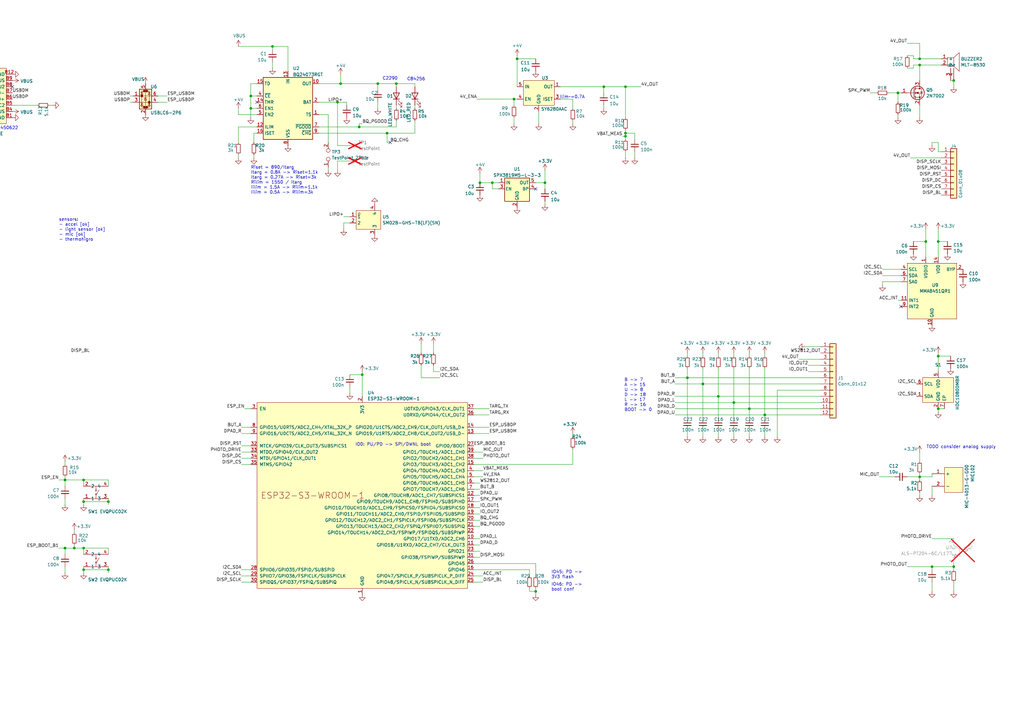
<source format=kicad_sch>
(kicad_sch (version 20250114) (generator "eeschema") (generator_version "9.0")
  (paper "A3")
  (text "C84256" (at 170.688 32.512 0) (effects (font (size 1.27 1.27))))
  (text "Riset = 890/Itarg\nItarg = 0.8A -> Riset=1.1k\nItarg = 0.27A -> Riset=3k\nRilim = 1550 / Itarg\nIilim = 1.5A -> Rilim=1.1k\nIilim = 0.5A -> Rilim=3k" (at 102.87 79.756 0) (effects (font (size 1.27 1.27)) (justify left bottom)))
  (text "IO45: PD -> \n3V3 flash\n" (at 226.06 237.49 0) (effects (font (size 1.27 1.27)) (justify left bottom)))
  (text "IO46: PD -> \nboot conf\n" (at 226.06 242.57 0) (effects (font (size 1.27 1.27)) (justify left bottom)))
  (text "C7450622" (at 2.54 52.578 0) (effects (font (size 1.27 1.27))))
  (text "B -> 7\nA -> 15\nU -> 8\nD -> 18\nL -> 17\nR -> 16\nBOOT -> 0\n" (at 256.032 162.052 0) (effects (font (size 1.27 1.27)) (justify left)))
  (text "sensors:\n- accel [ok]\n- light sensor [ok]\n- mic [ok]\n- thermohigro " (at 24.13 94.234 0) (effects (font (size 1.27 1.27)) (justify left)))
  (text "IO0: PU/PD -> SPI/DWNL boot" (at 176.784 183.134 0) (effects (font (size 1.27 1.27)) (justify right bottom)))
  (text "TODO consider analog supply" (at 394.208 183.388 0) (effects (font (size 1.27 1.27))))
  (text "Ilim~=0.7A" (at 234.696 39.878 0) (effects (font (size 1.27 1.27))))
  (text "C2290" (at 160.02 32.258 0) (effects (font (size 1.27 1.27))))
  (junction (at 30.48 224.79))
  (junction (at 382.27 232.41))
  (junction (at 377.19 195.58))
  (junction (at 294.64 162.56))
  (junction (at 391.16 33.02))
  (junction (at 307.34 167.64))
  (junction (at 300.99 165.1))
  (junction (at 384.81 99.06))
  (junction (at 281.94 154.94))
  (junction (at 44.45 205.74))
  (junction (at 34.29 233.68))
  (junction (at 196.85 74.93))
  (junction (at 379.73 99.06))
  (junction (at 34.29 224.79))
  (junction (at 212.09 24.13))
  (junction (at 111.76 19.05))
  (junction (at 102.87 44.45))
  (junction (at 26.67 196.85))
  (junction (at 377.19 24.13))
  (junction (at 384.81 146.05))
  (junction (at 256.54 35.56))
  (junction (at 26.67 224.79))
  (junction (at 223.52 74.93))
  (junction (at 377.19 26.67))
  (junction (at 210.82 40.64))
  (junction (at 158.75 54.61))
  (junction (at 391.16 232.41))
  (junction (at 288.29 157.48))
  (junction (at 138.43 41.91))
  (junction (at 313.69 170.18))
  (junction (at 368.3 38.1))
  (junction (at 201.93 74.93))
  (junction (at 44.45 233.68))
  (junction (at 102.87 39.37))
  (junction (at 139.7 34.29))
  (junction (at 162.56 34.29))
  (junction (at 34.29 205.74))
  (junction (at 147.32 52.07))
  (junction (at 384.81 167.64))
  (junction (at 256.54 54.61))
  (junction (at 34.29 196.85))
  (junction (at 154.94 34.29))
  (junction (at 256.54 55.88))
  (junction (at 148.59 153.67))
  (junction (at 219.71 242.57))
  (junction (at 247.65 35.56))
  (no_connect (at 5.08 35.56))
  (no_connect (at 160.02 58.42))
  (no_connect (at 369.57 125.73))
  (no_connect (at -17.78 43.18))
  (no_connect (at 105.41 41.91))
  (no_connect (at 219.71 77.47))
  (wire (pts (xy 294.64 151.13) (xy 294.64 162.56)))
  (wire (pts (xy 196.85 208.28) (xy 194.31 208.28)))
  (wire (pts (xy 384.81 167.64) (xy 387.35 167.64)))
  (wire (pts (xy 384.81 144.78) (xy 384.81 146.05)))
  (wire (pts (xy 97.79 52.07) (xy 97.79 58.42)))
  (wire (pts (xy 142.24 66.04) (xy 138.43 66.04)))
  (wire (pts (xy 196.85 210.82) (xy 194.31 210.82)))
  (wire (pts (xy 212.09 24.13) (xy 219.71 24.13)))
  (wire (pts (xy 384.81 99.06) (xy 384.81 105.41)))
  (wire (pts (xy 288.29 144.78) (xy 288.29 146.05)))
  (wire (pts (xy 162.56 34.29) (xy 162.56 35.56)))
  (wire (pts (xy 130.81 52.07) (xy 147.32 52.07)))
  (wire (pts (xy 26.67 224.79) (xy 24.13 224.79)))
  (wire (pts (xy 391.16 232.41) (xy 391.16 233.68)))
  (wire (pts (xy 194.31 167.64) (xy 200.66 167.64)))
  (wire (pts (xy 313.69 151.13) (xy 313.69 170.18)))
  (wire (pts (xy 377.19 26.67) (xy 386.08 26.67)))
  (wire (pts (xy 210.82 40.64) (xy 212.09 40.64)))
  (wire (pts (xy 34.29 233.68) (xy 34.29 234.95)))
  (wire (pts (xy 196.85 71.12) (xy 196.85 74.93)))
  (wire (pts (xy 44.45 205.74) (xy 34.29 205.74)))
  (wire (pts (xy 130.81 41.91) (xy 138.43 41.91)))
  (wire (pts (xy 201.93 74.93) (xy 204.47 74.93)))
  (wire (pts (xy 130.81 54.61) (xy 158.75 54.61)))
  (wire (pts (xy 34.29 196.85) (xy 26.67 196.85)))
  (wire (pts (xy 99.06 238.76) (xy 102.87 238.76)))
  (wire (pts (xy 382.27 58.42) (xy 382.27 59.69)))
  (wire (pts (xy 162.56 44.45) (xy 162.56 43.18)))
  (wire (pts (xy 288.29 157.48) (xy 336.55 157.48)))
  (wire (pts (xy 204.47 77.47) (xy 201.93 77.47)))
  (wire (pts (xy 276.86 167.64) (xy 307.34 167.64)))
  (wire (pts (xy 196.85 223.52) (xy 194.31 223.52)))
  (wire (pts (xy 200.66 170.18) (xy 194.31 170.18)))
  (wire (pts (xy 377.19 201.93) (xy 377.19 203.2)))
  (wire (pts (xy 104.14 54.61) (xy 104.14 58.42)))
  (wire (pts (xy 158.75 54.61) (xy 158.75 58.42)))
  (wire (pts (xy 368.3 46.99) (xy 368.3 48.26)))
  (wire (pts (xy 194.31 190.5) (xy 234.95 190.5)))
  (wire (pts (xy 217.17 242.57) (xy 219.71 242.57)))
  (wire (pts (xy 30.48 217.17) (xy 30.48 218.44)))
  (wire (pts (xy 260.35 54.61) (xy 256.54 54.61)))
  (wire (pts (xy 307.34 167.64) (xy 336.55 167.64)))
  (wire (pts (xy 134.62 68.58) (xy 134.62 69.85)))
  (wire (pts (xy 281.94 144.78) (xy 281.94 146.05)))
  (wire (pts (xy 99.06 187.96) (xy 102.87 187.96)))
  (wire (pts (xy 26.67 196.85) (xy 24.13 196.85)))
  (wire (pts (xy 384.81 146.05) (xy 384.81 152.4)))
  (wire (pts (xy 300.99 165.1) (xy 336.55 165.1)))
  (wire (pts (xy 281.94 151.13) (xy 281.94 154.94)))
  (wire (pts (xy 234.95 40.64) (xy 234.95 44.45)))
  (wire (pts (xy 100.33 167.64) (xy 102.87 167.64)))
  (wire (pts (xy 247.65 35.56) (xy 256.54 35.56)))
  (wire (pts (xy 386.08 62.23) (xy 384.81 62.23)))
  (wire (pts (xy 154.94 36.83) (xy 154.94 34.29)))
  (wire (pts (xy 102.87 44.45) (xy 102.87 48.26)))
  (wire (pts (xy 229.87 35.56) (xy 247.65 35.56)))
  (wire (pts (xy 196.85 220.98) (xy 194.31 220.98)))
  (wire (pts (xy 294.64 144.78) (xy 294.64 146.05)))
  (wire (pts (xy 307.34 167.64) (xy 307.34 171.45)))
  (wire (pts (xy 44.45 233.68) (xy 44.45 234.95)))
  (wire (pts (xy 379.73 93.98) (xy 379.73 99.06)))
  (wire (pts (xy 196.85 203.2) (xy 194.31 203.2)))
  (wire (pts (xy 105.41 54.61) (xy 104.14 54.61)))
  (wire (pts (xy 234.95 177.8) (xy 234.95 179.07)))
  (wire (pts (xy 276.86 162.56) (xy 294.64 162.56)))
  (wire (pts (xy 138.43 41.91) (xy 138.43 59.69)))
  (wire (pts (xy 26.67 224.79) (xy 26.67 227.33)))
  (wire (pts (xy 288.29 157.48) (xy 288.29 171.45)))
  (wire (pts (xy 313.69 144.78) (xy 313.69 146.05)))
  (wire (pts (xy 276.86 165.1) (xy 300.99 165.1)))
  (wire (pts (xy 200.66 177.8) (xy 194.31 177.8)))
  (wire (pts (xy 391.16 238.76) (xy 391.16 242.57)))
  (wire (pts (xy 377.19 194.31) (xy 377.19 195.58)))
  (wire (pts (xy 154.94 44.45) (xy 154.94 41.91)))
  (wire (pts (xy 318.77 160.02) (xy 336.55 160.02)))
  (wire (pts (xy 391.16 35.56) (xy 391.16 33.02)))
  (wire (pts (xy 361.95 115.57) (xy 361.95 116.84)))
  (wire (pts (xy 372.11 17.78) (xy 377.19 17.78)))
  (wire (pts (xy 384.81 99.06) (xy 388.62 99.06)))
  (wire (pts (xy 148.59 50.8) (xy 147.32 50.8)))
  (wire (pts (xy 384.81 93.98) (xy 384.81 99.06)))
  (wire (pts (xy 172.72 149.86) (xy 172.72 154.94)))
  (wire (pts (xy 170.18 34.29) (xy 162.56 34.29)))
  (wire (pts (xy 382.27 194.31) (xy 382.27 195.58)))
  (wire (pts (xy 26.67 195.58) (xy 26.67 196.85)))
  (wire (pts (xy 53.34 41.91) (xy 54.61 41.91)))
  (wire (pts (xy 99.06 177.8) (xy 102.87 177.8)))
  (wire (pts (xy 256.54 62.23) (xy 256.54 64.77)))
  (wire (pts (xy 139.7 30.48) (xy 139.7 34.29)))
  (wire (pts (xy 172.72 154.94) (xy 180.34 154.94)))
  (wire (pts (xy 26.67 232.41) (xy 26.67 234.95)))
  (wire (pts (xy 379.73 99.06) (xy 379.73 105.41)))
  (wire (pts (xy 198.12 236.22) (xy 194.31 236.22)))
  (wire (pts (xy 377.19 26.67) (xy 374.65 26.67)))
  (wire (pts (xy 201.93 74.93) (xy 201.93 77.47)))
  (wire (pts (xy 196.85 213.36) (xy 194.31 213.36)))
  (wire (pts (xy 34.29 196.85) (xy 34.29 199.39)))
  (wire (pts (xy 234.95 49.53) (xy 234.95 50.8)))
  (wire (pts (xy 34.29 224.79) (xy 30.48 224.79)))
  (wire (pts (xy 307.34 176.53) (xy 307.34 179.07)))
  (wire (pts (xy 369.57 113.03) (xy 361.95 113.03)))
  (wire (pts (xy 26.67 204.47) (xy 26.67 207.01)))
  (wire (pts (xy 34.29 224.79) (xy 44.45 224.79)))
  (wire (pts (xy 307.34 144.78) (xy 307.34 146.05)))
  (wire (pts (xy 148.59 153.67) (xy 148.59 162.56)))
  (wire (pts (xy 68.58 41.91) (xy 64.77 41.91)))
  (wire (pts (xy 142.24 41.91) (xy 138.43 41.91)))
  (wire (pts (xy 139.7 34.29) (xy 154.94 34.29)))
  (wire (pts (xy 99.06 182.88) (xy 102.87 182.88)))
  (wire (pts (xy 382.27 233.68) (xy 382.27 232.41)))
  (wire (pts (xy 391.16 231.14) (xy 391.16 232.41)))
  (wire (pts (xy 234.95 190.5) (xy 234.95 184.15)))
  (wire (pts (xy -31.75 35.56) (xy -30.48 35.56)))
  (wire (pts (xy 154.94 34.29) (xy 162.56 34.29)))
  (wire (pts (xy 194.31 231.14) (xy 219.71 231.14)))
  (wire (pts (xy 219.71 241.3) (xy 219.71 242.57)))
  (wire (pts (xy 220.98 45.72) (xy 220.98 50.8)))
  (wire (pts (xy 255.27 55.88) (xy 256.54 55.88)))
  (wire (pts (xy 331.47 149.86) (xy 336.55 149.86)))
  (wire (pts (xy 256.54 53.34) (xy 256.54 54.61)))
  (wire (pts (xy 327.66 147.32) (xy 336.55 147.32)))
  (wire (pts (xy 34.29 205.74) (xy 34.29 207.01)))
  (wire (pts (xy 44.45 232.41) (xy 44.45 233.68)))
  (wire (pts (xy 382.27 232.41) (xy 391.16 232.41)))
  (wire (pts (xy 172.72 140.97) (xy 172.72 144.78)))
  (wire (pts (xy 372.11 232.41) (xy 382.27 232.41)))
  (wire (pts (xy 360.68 195.58) (xy 367.03 195.58)))
  (wire (pts (xy 356.87 38.1) (xy 359.41 38.1)))
  (wire (pts (xy 99.06 185.42) (xy 102.87 185.42)))
  (wire (pts (xy 377.19 185.42) (xy 377.19 189.23)))
  (wire (pts (xy 281.94 176.53) (xy 281.94 179.07)))
  (wire (pts (xy 377.19 24.13) (xy 386.08 24.13)))
  (wire (pts (xy 372.11 22.86) (xy 374.65 22.86)))
  (wire (pts (xy 382.27 220.98) (xy 391.16 220.98)))
  (wire (pts (xy 44.45 224.79) (xy 44.45 227.33)))
  (wire (pts (xy 300.99 151.13) (xy 300.99 165.1)))
  (wire (pts (xy 105.41 44.45) (xy 102.87 44.45)))
  (wire (pts (xy 256.54 55.88) (xy 256.54 57.15)))
  (wire (pts (xy 219.71 242.57) (xy 219.71 243.84)))
  (wire (pts (xy 30.48 224.79) (xy 26.67 224.79)))
  (wire (pts (xy 15.24 43.18) (xy 5.08 43.18)))
  (wire (pts (xy 377.19 26.67) (xy 377.19 33.02)))
  (wire (pts (xy 170.18 44.45) (xy 170.18 43.18)))
  (wire (pts (xy 382.27 199.39) (xy 382.27 203.2)))
  (wire (pts (xy 307.34 151.13) (xy 307.34 167.64)))
  (wire (pts (xy 196.85 228.6) (xy 194.31 228.6)))
  (wire (pts (xy 294.64 162.56) (xy 294.64 171.45)))
  (wire (pts (xy 331.47 152.4) (xy 336.55 152.4)))
  (wire (pts (xy 97.79 63.5) (xy 97.79 64.77)))
  (wire (pts (xy 229.87 40.64) (xy 234.95 40.64)))
  (wire (pts (xy 196.85 74.93) (xy 201.93 74.93)))
  (wire (pts (xy 281.94 154.94) (xy 336.55 154.94)))
  (wire (pts (xy 256.54 35.56) (xy 256.54 48.26)))
  (wire (pts (xy 170.18 49.53) (xy 170.18 54.61)))
  (wire (pts (xy 44.45 204.47) (xy 44.45 205.74)))
  (wire (pts (xy 68.58 39.37) (xy 64.77 39.37)))
  (wire (pts (xy 374.65 22.86) (xy 374.65 24.13)))
  (wire (pts (xy 105.41 39.37) (xy 102.87 39.37)))
  (wire (pts (xy 111.76 19.05) (xy 97.79 19.05)))
  (wire (pts (xy 368.3 123.19) (xy 369.57 123.19)))
  (wire (pts (xy 140.97 88.9) (xy 143.51 88.9)))
  (wire (pts (xy 374.65 27.94) (xy 372.11 27.94)))
  (wire (pts (xy 318.77 179.07) (xy 318.77 160.02)))
  (wire (pts (xy 369.57 110.49) (xy 361.95 110.49)))
  (wire (pts (xy 147.32 52.07) (xy 162.56 52.07)))
  (wire (pts (xy 143.51 153.67) (xy 148.59 153.67)))
  (wire (pts (xy 330.2 142.24) (xy 336.55 142.24)))
  (wire (pts (xy 177.8 149.86) (xy 177.8 152.4)))
  (wire (pts (xy 262.89 35.56) (xy 256.54 35.56)))
  (wire (pts (xy 294.64 176.53) (xy 294.64 179.07)))
  (wire (pts (xy 130.81 34.29) (xy 139.7 34.29)))
  (wire (pts (xy 21.59 43.18) (xy 20.32 43.18)))
  (wire (pts (xy 34.29 204.47) (xy 34.29 205.74)))
  (wire (pts (xy 384.81 58.42) (xy 382.27 58.42)))
  (wire (pts (xy 288.29 151.13) (xy 288.29 157.48)))
  (wire (pts (xy 374.65 26.67) (xy 374.65 27.94)))
  (wire (pts (xy 198.12 193.04) (xy 194.31 193.04)))
  (wire (pts (xy 170.18 34.29) (xy 170.18 35.56)))
  (wire (pts (xy 99.06 236.22) (xy 102.87 236.22)))
  (wire (pts (xy 223.52 74.93) (xy 223.52 77.47)))
  (wire (pts (xy 105.41 52.07) (xy 97.79 52.07)))
  (wire (pts (xy 300.99 165.1) (xy 300.99 171.45)))
  (wire (pts (xy 196.85 200.66) (xy 194.31 200.66)))
  (wire (pts (xy 210.82 40.64) (xy 210.82 43.18)))
  (wire (pts (xy 384.81 168.91) (xy 384.81 167.64)))
  (wire (pts (xy 364.49 38.1) (xy 368.3 38.1)))
  (wire (pts (xy 281.94 154.94) (xy 281.94 171.45)))
  (wire (pts (xy 369.57 115.57) (xy 361.95 115.57)))
  (wire (pts (xy 276.86 157.48) (xy 288.29 157.48)))
  (wire (pts (xy 195.58 40.64) (xy 210.82 40.64)))
  (wire (pts (xy 130.81 46.99) (xy 134.62 46.99)))
  (wire (pts (xy 247.65 43.18) (xy 247.65 44.45)))
  (wire (pts (xy 223.52 82.55) (xy 223.52 83.82)))
  (wire (pts (xy 196.85 205.74) (xy 194.31 205.74)))
  (wire (pts (xy 34.29 224.79) (xy 34.29 227.33)))
  (wire (pts (xy 102.87 34.29) (xy 102.87 39.37)))
  (wire (pts (xy 97.79 46.99) (xy 97.79 44.45)))
  (wire (pts (xy 198.12 195.58) (xy 194.31 195.58)))
  (wire (pts (xy 177.8 152.4) (xy 180.34 152.4)))
  (wire (pts (xy 223.52 74.93) (xy 223.52 69.85)))
  (wire (pts (xy 140.97 91.44) (xy 143.51 91.44)))
  (wire (pts (xy 377.19 195.58) (xy 377.19 196.85)))
  (wire (pts (xy 382.27 195.58) (xy 377.19 195.58)))
  (wire (pts (xy 44.45 196.85) (xy 44.45 199.39)))
  (wire (pts (xy 198.12 238.76) (xy 194.31 238.76)))
  (wire (pts (xy 300.99 144.78) (xy 300.99 146.05)))
  (wire (pts (xy 142.24 43.18) (xy 142.24 41.91)))
  (wire (pts (xy 260.35 57.15) (xy 260.35 54.61)))
  (wire (pts (xy 247.65 35.56) (xy 247.65 38.1)))
  (wire (pts (xy 294.64 162.56) (xy 336.55 162.56)))
  (wire (pts (xy 200.66 175.26) (xy 194.31 175.26)))
  (wire (pts (xy 368.3 38.1) (xy 369.57 38.1)))
  (wire (pts (xy 300.99 176.53) (xy 300.99 179.07)))
  (wire (pts (xy 26.67 196.85) (xy 26.67 199.39)))
  (wire (pts (xy 313.69 170.18) (xy 336.55 170.18)))
  (wire (pts (xy 44.45 233.68) (xy 34.29 233.68)))
  (wire (pts (xy 198.12 187.96) (xy 194.31 187.96)))
  (wire (pts (xy 219.71 74.93) (xy 223.52 74.93)))
  (wire (pts (xy 217.17 241.3) (xy 217.17 242.57)))
  (wire (pts (xy 372.11 195.58) (xy 377.19 195.58)))
  (wire (pts (xy 147.32 50.8) (xy 147.32 52.07)))
  (wire (pts (xy 260.35 62.23) (xy 260.35 64.77)))
  (wire (pts (xy 276.86 154.94) (xy 281.94 154.94)))
  (wire (pts (xy 313.69 176.53) (xy 313.69 179.07)))
  (wire (pts (xy 217.17 233.68) (xy 217.17 236.22)))
  (wire (pts (xy 111.76 27.94) (xy 111.76 25.4)))
  (wire (pts (xy 196.85 198.12) (xy 194.31 198.12)))
  (wire (pts (xy 105.41 46.99) (xy 97.79 46.99)))
  (wire (pts (xy 210.82 48.26) (xy 210.82 50.8)))
  (wire (pts (xy 44.45 207.01) (xy 44.45 205.74)))
  (wire (pts (xy 158.75 54.61) (xy 170.18 54.61)))
  (wire (pts (xy 142.24 59.69) (xy 138.43 59.69)))
  (wire (pts (xy 391.16 33.02) (xy 389.89 33.02)))
  (wire (pts (xy 256.54 54.61) (xy 256.54 55.88)))
  (wire (pts (xy 162.56 49.53) (xy 162.56 52.07)))
  (wire (pts (xy 382.27 242.57) (xy 382.27 238.76)))
  (wire (pts (xy 374.65 99.06) (xy 379.73 99.06)))
  (wire (pts (xy 160.02 58.42) (xy 158.75 58.42)))
  (wire (pts (xy 111.76 19.05) (xy 118.11 19.05)))
  (wire (pts (xy 313.69 170.18) (xy 313.69 171.45)))
  (wire (pts (xy 198.12 185.42) (xy 194.31 185.42)))
  (wire (pts (xy 177.8 140.97) (xy 177.8 144.78)))
  (wire (pts (xy 134.62 46.99) (xy 134.62 58.42)))
  (wire (pts (xy 374.65 24.13) (xy 377.19 24.13)))
  (wire (pts (xy 118.11 19.05) (xy 118.11 29.21)))
  (wire (pts (xy 102.87 39.37) (xy 102.87 44.45)))
  (wire (pts (xy 34.29 232.41) (xy 34.29 233.68)))
  (wire (pts (xy 368.3 38.1) (xy 368.3 41.91)))
  (wire (pts (xy 140.97 93.98) (xy 140.97 91.44)))
  (wire (pts (xy 377.19 48.26) (xy 377.19 43.18)))
  (wire (pts (xy 148.59 152.4) (xy 148.59 153.67)))
  (wire (pts (xy 143.51 158.75) (xy 143.51 161.29)))
  (wire (pts (xy 26.67 189.23) (xy 26.67 190.5)))
  (wire (pts (xy 196.85 215.9) (xy 194.31 215.9)))
  (wire (pts (xy 212.09 35.56) (xy 212.09 24.13)))
  (wire (pts (xy 276.86 170.18) (xy 313.69 170.18)))
  (wire (pts (xy 111.76 20.32) (xy 111.76 19.05)))
  (wire (pts (xy 138.43 66.04) (xy 138.43 69.85)))
  (wire (pts (xy 384.81 62.23) (xy 384.81 58.42)))
  (wire (pts (xy 196.85 226.06) (xy 194.31 226.06)))
  (wire (pts (xy 104.14 63.5) (xy 104.14 64.77)))
  (wire (pts (xy 288.29 176.53) (xy 288.29 179.07)))
  (wire (pts (xy 30.48 223.52) (xy 30.48 224.79)))
  (wire (pts (xy 212.09 22.86) (xy 212.09 24.13)))
  (wire (pts (xy 105.41 34.29) (xy 102.87 34.29)))
  (wire (pts (xy 377.19 17.78) (xy 377.19 24.13)))
  (wire (pts (xy 194.31 233.68) (xy 217.17 233.68)))
  (wire (pts (xy 99.06 233.68) (xy 102.87 233.68)))
  (wire (pts (xy 53.34 39.37) (xy 54.61 39.37)))
  (wire (pts (xy 384.81 146.05) (xy 389.89 146.05)))
  (wire (pts (xy 34.29 196.85) (xy 44.45 196.85)))
  (wire (pts (xy 219.71 231.14) (xy 219.71 236.22)))
  (wire (pts (xy 373.38 64.77) (xy 386.08 64.77)))
  (wire (pts (xy 99.06 175.26) (xy 102.87 175.26)))
  (wire (pts (xy 99.06 190.5) (xy 102.87 190.5)))
  (wire (pts (xy -17.78 35.56) (xy -25.4 35.56)))
  (label "ESP_BOOT_B1" (at 194.31 182.88 0))
  (label "VBAT_MEAS" (at 255.27 55.88 180))
  (label "USBDP" (at -17.78 38.1 180))
  (label "USBDM" (at -17.78 40.64 180))
  (label "DISP_BL" (at 386.08 80.01 180))
  (label "4V_ENA" (at 195.58 40.64 180))
  (label "4V_ENA" (at 198.12 195.58 0))
  (label "I2C_SDA" (at 361.95 113.03 180))
  (label "4V_OUT" (at 327.66 147.32 180))
  (label "DPAD_D" (at 276.86 167.64 180))
  (label "BQ_PGOOD" (at 196.85 215.9 0))
  (label "IO_OUT1" (at 331.47 152.4 180))
  (label "DISP_SCLK" (at 99.06 238.76 180))
  (label "DPAD_L" (at 276.86 165.1 180))
  (label "MIC_OUT" (at 198.12 185.42 0))
  (label "BUT_B" (at 196.85 200.66 0))
  (label "ESP_USBDP" (at 68.58 41.91 0))
  (label "DISP_RST" (at 99.06 182.88 180))
  (label "BUT_B" (at 276.86 154.94 180))
  (label "I2C_SDA" (at 180.34 152.4 0))
  (label "SPK_PWM" (at 356.87 38.1 180))
  (label "ESP_EN" (at 24.13 196.85 180))
  (label "DISP_DC" (at 386.08 74.93 180))
  (label "I2C_SDA" (at 99.06 233.68 180))
  (label "VBAT_MEAS" (at 198.12 193.04 0))
  (label "DISP_BL" (at 36.83 144.78 180))
  (label "ACC_INT" (at 198.12 236.22 0))
  (label "DISP_SCLK" (at 386.08 67.31 180))
  (label "DISP_CS" (at 386.08 77.47 180))
  (label "DISP_CS" (at 99.06 190.5 180))
  (label "ACC_INT" (at 368.3 123.19 180))
  (label "BUT_A" (at 276.86 157.48 180))
  (label "IO_OUT2" (at 331.47 149.86 180))
  (label "LIPO+" (at 140.97 88.9 180))
  (label "TARG_TX" (at 200.66 167.64 0))
  (label "I2C_SCL" (at 180.34 154.94 0))
  (label "DPAD_R" (at 99.06 177.8 180))
  (label "MIC_OUT" (at 360.68 195.58 180))
  (label "USBDP" (at 53.34 41.91 180))
  (label "4V_OUT" (at 262.89 35.56 0))
  (label "BQ_CHG" (at 196.85 213.36 0))
  (label "ESP_USBDM" (at 200.66 177.8 0))
  (label "DPAD_R" (at 276.86 162.56 180))
  (label "DPAD_D" (at 196.85 223.52 0))
  (label "WS2812_OUT" (at 196.85 198.12 0))
  (label "DPAD_L" (at 196.85 220.98 0))
  (label "PHOTO_DRIVE" (at 382.27 220.98 180))
  (label "DISP_RST" (at 386.08 72.39 180))
  (label "PHOTO_DRIVE" (at 99.06 185.42 180))
  (label "DPAD_U" (at 276.86 170.18 180))
  (label "SPK_PWM" (at 196.85 205.74 0))
  (label "LIPO+" (at 134.5655 41.91 0))
  (label "DISP_DC" (at 99.06 187.96 180))
  (label "DPAD_U" (at 196.85 203.2 0))
  (label "PHOTO_OUT" (at 372.11 232.41 180))
  (label "I2C_SCL" (at 375.92 157.48 180))
  (label "ESP_USBDM" (at 68.58 39.37 0))
  (label "USBDP" (at 5.08 40.64 0))
  (label "I2C_SCL" (at 361.95 110.49 180))
  (label "USBDM" (at 5.08 38.1 0))
  (label "IO_OUT2" (at 196.85 210.82 0))
  (label "4V_OUT" (at 372.11 17.78 180))
  (label "4V_OUT" (at 373.38 64.77 180))
  (label "ESP_BOOT_B1" (at 24.13 224.79 180))
  (label "I2C_SCL" (at 99.06 236.22 180))
  (label "PHOTO_OUT" (at 198.12 187.96 0))
  (label "TARG_RX" (at 200.66 170.18 0))
  (label "DISP_MOSI" (at 196.85 228.6 0))
  (label "IO_OUT1" (at 196.85 208.28 0))
  (label "ESP_EN" (at 100.33 167.64 180))
  (label "DISP_BL" (at 198.12 238.76 0))
  (label "I2C_SDA" (at 375.92 162.56 180))
  (label "USBDM" (at 53.34 39.37 180))
  (label "BQ_CHG" (at 160.02 58.42 0))
  (label "BUT_A" (at 99.06 175.26 180))
  (label "DISP_MOSI" (at 386.08 69.85 180))
  (label "WS2812_OUT" (at 336.55 144.78 180))
  (label "ESP_USBDP" (at 200.66 175.26 0))
  (label "BQ_PGOOD" (at 148.59 50.8 0))
  (symbol (lib_id "easyeda2kicad:MLT-8530") (at 389.89 25.4 0) (unit 1)
    (property "Reference" "BUZZER2" (at 394.085 24.1878 0) (effects (justify left)))
    (property "Value" "MLT-8530" (at 394.085 26.6121 0) (effects (justify left)))
    (property "Footprint" "easyeda2kicad:BUZ-SMD_4P-L8.5-W8.5-P8.50-BR" (effects (hide yes)))
    (property "Datasheet" "https://lcsc.com/product-detail/Buzzers_MLT-8530_C94599.html" (effects (hide yes)))
    (property "LCSC" "C94599" (effects (hide yes)))
  )
  (symbol (lib_id "Device:R_Small") (at 307.34 148.59 0) (mirror x) (unit 1)
    (property "Reference" "R14" (at 304.8 147.32 0))
    (property "Value" "3k" (at 304.8 149.86 0))
    (property "Footprint" "Resistor_SMD:R_0402_1005Metric" (effects (hide yes)))
    (property "LCSC" "C25890" (effects (hide yes)))
  )
  (symbol (lib_id "power:GND") (at 382.27 133.35 0) (unit 1)
    (property "Reference" "#PWR06" (effects (hide yes)))
    (property "Value" "GND" (effects (hide yes)))
  )
  (symbol (lib_id "easyeda2kicad:HDC1080DMBR") (at 384.81 160.02 0) (mirror y) (unit 1)
    (property "Reference" "S1" (at 384.81 149.6525 0))
    (property "Value" "HDC1080DMBR" (at 392.684 161.036 90))
    (property "Footprint" "easyeda2kicad:SENSOR-SMD_HDC1080DMBR" (effects (hide yes)))
    (property "Datasheet" "https://lcsc.com/product-detail/Humidity-Moisture-Sensors_TI_HDC1080DMBR_HDC1080DMBR_C82227.html" (effects (hide yes)))
    (property "LCSC" "C82227" (effects (hide yes)))
  )
  (symbol (lib_id "power:VBUS") (at 5.08 45.72 270) (unit 1)
    (property "Reference" "#PWR069" (effects (hide yes)))
    (property "Value" "VBUS" (at 10.922 45.974 90))
  )
  (symbol (lib_id "power:GND") (at 21.59 43.18 90) (unit 1)
    (property "Reference" "#PWR060" (effects (hide yes)))
    (property "Value" "GND" (effects (hide yes)))
  )
  (symbol (lib_id "Power_Protection:USBLC6-2P6") (at 59.69 39.37 0) (unit 1)
    (property "Reference" "U6" (at 61.722 35.56 0) (effects (justify left)))
    (property "Value" "USBLC6-2P6" (at 61.722 46.228 0) (effects (justify left)))
    (property "Footprint" "Package_TO_SOT_SMD:SOT-666" (effects (hide yes)))
    (property "Datasheet" "https://www.st.com/resource/en/datasheet/usblc6-2.pdf" (effects (hide yes)))
    (property "Description" "Very low capacitance ESD protection diode, 2 data-line, SOT-666" (effects (hide yes)))
    (property "LCSC" "C2827693" (effects (hide yes)))
  )
  (symbol (lib_id "power:GND") (at 391.16 242.57 0) (unit 1)
    (property "Reference" "#PWR043" (effects (hide yes)))
    (property "Value" "GND" (effects (hide yes)))
  )
  (symbol (lib_id "power:+3.3V") (at 384.81 93.98 0) (unit 1)
    (property "Reference" "#PWR024" (effects (hide yes)))
    (property "Value" "+3.3V" (at 388.62 92.71 0))
  )
  (symbol (lib_id "Device:C_Small") (at 143.51 156.21 0) (mirror y) (unit 1)
    (property "Reference" "C13" (at 141.1859 155.3816 0) (effects (justify left)))
    (property "Value" "100n" (at 141.1859 157.9185 0) (effects (justify left)))
    (property "Footprint" "Capacitor_SMD:C_0402_1005Metric" (effects (hide yes)))
    (property "LCSC" "C307331" (effects (hide yes)))
  )
  (symbol (lib_id "power:GND") (at 368.3 48.26 0) (unit 1)
    (property "Reference" "#PWR047" (effects (hide yes)))
    (property "Value" "GND" (effects (hide yes)))
  )
  (symbol (lib_id "Device:C_Small") (at 111.76 22.86 0) (mirror y) (unit 1)
    (property "Reference" "C1" (at 109.4359 22.0316 0) (effects (justify left)))
    (property "Value" "10u" (at 109.4359 24.5685 0) (effects (justify left)))
    (property "Footprint" "Capacitor_SMD:C_0603_1608Metric" (effects (hide yes)))
    (property "LCSC" "C96446" (effects (hide yes)))
  )
  (symbol (lib_id "power:GND") (at 388.62 104.14 0) (mirror y) (unit 1)
    (property "Reference" "#PWR023" (effects (hide yes)))
    (property "Value" "GND" (effects (hide yes)))
  )
  (symbol (lib_id "power:+3.3V") (at 223.52 69.85 0) (unit 1)
    (property "Reference" "#PWR02" (effects (hide yes)))
    (property "Value" "+3.3V" (at 223.52 66.04 0))
  )
  (symbol (lib_id "Device:R_Small") (at 377.19 191.77 180) (unit 1)
    (property "Reference" "R1" (at 374.904 190.5 0))
    (property "Value" "3k" (at 373.888 192.786 0))
    (property "Footprint" "Resistor_SMD:R_0402_1005Metric" (effects (hide yes)))
    (property "LCSC" "C25890" (effects (hide yes)))
  )
  (symbol (lib_id "power:GND") (at 143.51 161.29 0) (mirror y) (unit 1)
    (property "Reference" "#PWR058" (effects (hide yes)))
    (property "Value" "GND" (effects (hide yes)))
  )
  (symbol (lib_id "power:VBUS") (at 5.08 33.02 270) (unit 1)
    (property "Reference" "#PWR067" (effects (hide yes)))
    (property "Value" "VBUS" (at 10.922 33.274 90))
  )
  (symbol (lib_id "Device:R_Small") (at 368.3 44.45 0) (mirror x) (unit 1)
    (property "Reference" "R19" (at 370.84 43.18 0))
    (property "Value" "100k" (at 371.475 45.085 0))
    (property "Footprint" "Resistor_SMD:R_0402_1005Metric" (effects (hide yes)))
    (property "LCSC" "C25741" (effects (hide yes)))
  )
  (symbol (lib_id "power:GND") (at 384.81 168.91 0) (unit 1)
    (property "Reference" "#PWR040" (effects (hide yes)))
    (property "Value" "GND" (effects (hide yes)))
  )
  (symbol (lib_id "power:GND") (at 26.67 234.95 0) (mirror y) (unit 1)
    (property "Reference" "#PWR029" (effects (hide yes)))
    (property "Value" "GND" (effects (hide yes)))
  )
  (symbol (lib_id "Connector_Generic:Conn_01x12") (at 341.63 154.94 0) (unit 1)
    (property "Reference" "J1" (at 343.662 154.9978 0) (effects (justify left)))
    (property "Value" "Conn_01x12" (at 343.662 157.4221 0) (effects (justify left)))
    (property "Footprint" "Connector_PinHeader_2.54mm:PinHeader_1x12_P2.54mm_Vertical" (effects (hide yes)))
    (property "Description" "Generic connector, single row, 01x12, script generated (kicad-library-utils/schlib/autogen/connector/)" (effects (hide yes)))
  )
  (symbol (lib_id "power:GND") (at 394.97 115.57 0) (unit 1)
    (property "Reference" "#PWR015" (effects (hide yes)))
    (property "Value" "GND" (effects (hide yes)))
  )
  (symbol (lib_id "power:+4V") (at 212.09 22.86 0) (unit 1)
    (property "Reference" "#PWR04" (effects (hide yes)))
    (property "Value" "+4V" (at 212.09 18.7269 0))
  )
  (symbol (lib_id "power:GND") (at 330.2 142.24 270) (unit 1)
    (property "Reference" "#PWR033" (effects (hide yes)))
    (property "Value" "GND" (effects (hide yes)))
  )
  (symbol (lib_id "Device:R_Small") (at 256.54 50.8 180) (unit 1)
    (property "Reference" "R10" (at 254 49.53 0))
    (property "Value" "100k" (at 253.365 51.435 0))
    (property "Footprint" "Resistor_SMD:R_0402_1005Metric" (effects (hide yes)))
    (property "LCSC" "C25741" (effects (hide yes)))
  )
  (symbol (lib_id "power:GND") (at 148.59 243.84 0) (mirror y) (unit 1)
    (property "Reference" "#PWR057" (effects (hide yes)))
    (property "Value" "GND" (effects (hide yes)))
  )
  (symbol (lib_id "power:+3.3V") (at 313.69 144.78 0) (mirror y) (unit 1)
    (property "Reference" "#PWR063" (effects (hide yes)))
    (property "Value" "+3.3V" (at 313.436 140.716 0))
  )
  (symbol (lib_id "Connector:TestPoint_2Pole") (at 134.62 63.5 90) (unit 1)
    (property "Reference" "TP3" (at 136.017 62.2878 90) (effects (justify right)))
    (property "Value" "TestPoint_2Pole" (at 136.017 64.7121 90) (effects (justify right)))
    (property "Footprint" "Connector_PinHeader_2.00mm:PinHeader_1x02_P2.00mm_Vertical" (effects (hide yes)))
    (property "Description" "2-polar test point" (effects (hide yes)))
  )
  (symbol (lib_id "Device:R_Small") (at 97.79 60.96 180) (unit 1)
    (property "Reference" "R21" (at 95.25 59.69 0))
    (property "Value" "3k" (at 94.615 61.595 0))
    (property "Footprint" "Resistor_SMD:R_0402_1005Metric" (effects (hide yes)))
    (property "LCSC" "C25890" (effects (hide yes)))
  )
  (symbol (lib_id "Device:C_Small") (at 247.65 40.64 0) (unit 1)
    (property "Reference" "C14" (at 249.9741 39.7315 0) (effects (justify left)))
    (property "Value" "10u" (at 249.9741 42.5066 0) (effects (justify left)))
    (property "Footprint" "Capacitor_SMD:C_0603_1608Metric" (effects (hide yes)))
    (property "LCSC" "C96446" (effects (hide yes)))
  )
  (symbol (lib_id "power:+3.3V") (at 26.67 189.23 0) (unit 1)
    (property "Reference" "#PWR08" (effects (hide yes)))
    (property "Value" "+3.3V" (at 30.48 187.96 0))
  )
  (symbol (lib_id "Device:C_Small") (at 142.24 45.72 0) (unit 1)
    (property "Reference" "C9" (at 144.5641 44.8916 0) (effects (justify left)))
    (property "Value" "10u" (at 144.5641 47.4285 0) (effects (justify left)))
    (property "Footprint" "Capacitor_SMD:C_0603_1608Metric" (effects (hide yes)))
    (property "LCSC" "C96446" (effects (hide yes)))
  )
  (symbol (lib_id "power:GND") (at 210.82 50.8 0) (mirror y) (unit 1)
    (property "Reference" "#PWR018" (effects (hide yes)))
    (property "Value" "GND" (effects (hide yes)))
  )
  (symbol (lib_id "Device:R_Small") (at 30.48 220.98 0) (mirror x) (unit 1)
    (property "Reference" "R22" (at 34.29 219.71 0))
    (property "Value" "10k" (at 33.655 221.615 0))
    (property "Footprint" "Resistor_SMD:R_0402_1005Metric" (effects (hide yes)))
    (property "LCSC" "C25744" (effects (hide yes)))
  )
  (symbol (lib_id "power:+3.3V") (at 294.64 144.78 0) (mirror y) (unit 1)
    (property "Reference" "#PWR031" (effects (hide yes)))
    (property "Value" "+3.3V" (at 294.386 140.716 0))
  )
  (symbol (lib_id "Device:R_Small") (at -27.94 35.56 270) (unit 1)
    (property "Reference" "R6" (at -26.67 37.7231 0))
    (property "Value" "5.1k" (at -29.21 38.1 0))
    (property "Footprint" "Resistor_SMD:R_0402_1005Metric" (effects (hide yes)))
    (property "LCSC" "C25905" (effects (hide yes)))
  )
  (symbol (lib_id "Device:R_Small") (at 313.69 148.59 0) (mirror x) (unit 1)
    (property "Reference" "R16" (at 311.15 147.32 0))
    (property "Value" "3k" (at 311.15 149.86 0))
    (property "Footprint" "Resistor_SMD:R_0402_1005Metric" (effects (hide yes)))
    (property "LCSC" "C25890" (effects (hide yes)))
  )
  (symbol (lib_id "power:GND") (at -17.78 30.48 270) (unit 1)
    (property "Reference" "#PWR052" (effects (hide yes)))
    (property "Value" "GND" (effects (hide yes)))
  )
  (symbol (lib_id "Device:R_Small") (at 288.29 148.59 0) (mirror x) (unit 1)
    (property "Reference" "R23" (at 285.75 147.32 0))
    (property "Value" "3k" (at 285.75 149.86 0))
    (property "Footprint" "Resistor_SMD:R_0402_1005Metric" (effects (hide yes)))
    (property "LCSC" "C25890" (effects (hide yes)))
  )
  (symbol (lib_id "power:GND") (at 382.27 59.69 0) (unit 1)
    (property "Reference" "#PWR017" (effects (hide yes)))
    (property "Value" "GND" (effects (hide yes)))
  )
  (symbol (lib_id "Device:R_Small") (at 210.82 45.72 180) (unit 1)
    (property "Reference" "R9" (at 207.01 44.45 0))
    (property "Value" "100k" (at 207.01 46.736 0))
    (property "Footprint" "Resistor_SMD:R_0402_1005Metric" (effects (hide yes)))
    (property "LCSC" "C25741" (effects (hide yes)))
  )
  (symbol (lib_id "Device:C_Small") (at 382.27 236.22 180) (unit 1)
    (property "Reference" "C18" (at 378.206 235.458 0))
    (property "Value" "10u" (at 378.206 237.8823 0))
    (property "Footprint" "Capacitor_SMD:C_0603_1608Metric" (effects (hide yes)))
    (property "LCSC" "C96446" (effects (hide yes)))
  )
  (symbol (lib_id "power:VBUS") (at -17.78 45.72 90) (unit 1)
    (property "Reference" "#PWR070" (effects (hide yes)))
    (property "Value" "VBUS" (at -23.622 45.466 90))
  )
  (symbol (lib_id "power:GND") (at -6.35 25.4 180) (unit 1)
    (property "Reference" "#PWR025" (effects (hide yes)))
    (property "Value" "GND" (effects (hide yes)))
  )
  (symbol (lib_id "power:GND") (at 288.29 179.07 0) (unit 1)
    (property "Reference" "#PWR082" (effects (hide yes)))
    (property "Value" "GND" (effects (hide yes)))
  )
  (symbol (lib_id "power:GND") (at 223.52 83.82 0) (unit 1)
    (property "Reference" "#PWR07" (effects (hide yes)))
    (property "Value" "GND" (effects (hide yes)))
  )
  (symbol (lib_id "Battery_Management:BQ24073RGT") (at 118.11 44.45 0) (unit 1)
    (property "Reference" "U2" (at 120.1294 28.0502 0) (effects (justify left)))
    (property "Value" "BQ24073RGT" (at 120.1294 30.5871 0) (effects (justify left)))
    (property "Footprint" "Package_DFN_QFN:VQFN-16-1EP_3x3mm_P0.5mm_EP1.6x1.6mm_ThermalVias" (effects (hide yes)))
    (property "Datasheet" "http://www.ti.com/lit/ds/symlink/bq24073.pdf" (effects (hide yes)))
    (property "LCSC" "C15220" (effects (hide yes)))
  )
  (symbol (lib_id "power:GND") (at 5.08 30.48 90) (unit 1)
    (property "Reference" "#PWR066" (effects (hide yes)))
    (property "Value" "GND" (effects (hide yes)))
  )
  (symbol (lib_id "Device:R_Small") (at 377.19 199.39 180) (unit 1)
    (property "Reference" "R2" (at 374.904 198.12 0))
    (property "Value" "5.1k" (at 373.888 200.406 0))
    (property "Footprint" "Resistor_SMD:R_0402_1005Metric" (effects (hide yes)))
    (property "LCSC" "C25905" (effects (hide yes)))
  )
  (symbol (lib_id "power:GND") (at 377.19 203.2 0) (unit 1)
    (property "Reference" "#PWR036" (effects (hide yes)))
    (property "Value" "GND" (effects (hide yes)))
  )
  (symbol (lib_id "power:GND") (at 134.62 69.85 0) (unit 1)
    (property "Reference" "#PWR077" (effects (hide yes)))
    (property "Value" "GND" (effects (hide yes)))
  )
  (symbol (lib_id "Device:C_Small") (at 288.29 173.99 0) (unit 1)
    (property "Reference" "C22" (at 286.512 171.958 0) (effects (justify left)))
    (property "Value" "100n" (at 286.004 176.276 0) (effects (justify left)))
    (property "Footprint" "Capacitor_SMD:C_0402_1005Metric" (effects (hide yes)))
    (property "LCSC" "C307331" (effects (hide yes)))
  )
  (symbol (lib_id "easyeda2kicad:SY6280AAC") (at 220.98 38.1 0) (unit 1)
    (property "Reference" "U3" (at 223.52 32.004 0))
    (property "Value" "SY6280AAC" (at 227.33 44.704 0))
    (property "Footprint" "easyeda2kicad:SOT-23-5_L3.0-W1.7-P0.95-LS2.8-BL" (effects (hide yes)))
    (property "Datasheet" "https://lcsc.com/product-detail/PMIC-Power-Distribution-Switches_Silergy_SY6280AAC_SY6280AAC_C55136.html" (effects (hide yes)))
    (property "LCSC" "C55136" (effects (hide yes)))
  )
  (symbol (lib_id "power:GND") (at 5.08 48.26 90) (unit 1)
    (property "Reference" "#PWR065" (effects (hide yes)))
    (property "Value" "GND" (effects (hide yes)))
  )
  (symbol (lib_id "easyeda2kicad:ALS-PT204-6C_L177") (at 393.7 226.06 0) (mirror y) (unit 1) (dnp yes)
    (property "Reference" "U7" (at 390.525 224.5928 0) (effects (justify left)))
    (property "Value" "ALS-PT204-6C/L177" (at 390.525 227.0171 0) (effects (justify left)))
    (property "Footprint" "easyeda2kicad:SENSOR-TH_BD4.0-P2.54-D0.5-1" (effects (hide yes)))
    (property "LCSC" "C2936540" (effects (hide yes)))
  )
  (symbol (lib_id "Device:C_Small") (at 154.94 39.37 0) (mirror y) (unit 1)
    (property "Reference" "C2" (at 154.94 38.1 0) (effects (justify left)))
    (property "Value" "10u" (at 153.67 40.64 0) (effects (justify left)))
    (property "Footprint" "Capacitor_SMD:C_0603_1608Metric" (effects (hide yes)))
    (property "LCSC" "C96446" (effects (hide yes)))
  )
  (symbol (lib_id "power:VBUS") (at 97.79 19.05 0) (unit 1)
    (property "Reference" "#PWR079" (effects (hide yes)))
    (property "Value" "VBUS" (at 98.171 14.6558 0))
  )
  (symbol (lib_id "power:GND") (at 377.19 48.26 0) (unit 1)
    (property "Reference" "#PWR045" (effects (hide yes)))
    (property "Value" "GND" (effects (hide yes)))
  )
  (symbol (lib_id "Espressif:ESP32-S3-WROOM-1") (at 148.59 203.2 0) (unit 1)
    (property "Reference" "U4" (at 150.7333 161.0825 0) (effects (justify left)))
    (property "Value" "ESP32-S3-WROOM-1" (at 150.7333 163.5068 0) (effects (justify left)))
    (property "Footprint" "Espressif:ESP32-S3-WROOM-1" (effects (hide yes)))
    (property "Datasheet" "https://www.espressif.com/sites/default/files/documentation/esp32-s3-wroom-1_wroom-1u_datasheet_en.pdf" (effects (hide yes)))
    (property "Description" "2.4 GHz WiFi (802.11 b/g/n) and Bluetooth ® 5 (LE) module Built around ESP32S3 series of SoCs, Xtensa ® dualcore 32bit LX7 microprocessor Flash up to 16 MB, PSRAM up to 8 MB 36 GPIOs, rich set of peripherals Onboard PCB antenna" (effects (hide yes)))
  )
  (symbol (lib_id "power:GND") (at -17.78 48.26 270) (unit 1)
    (property "Reference" "#PWR064" (effects (hide yes)))
    (property "Value" "GND" (effects (hide yes)))
  )
  (symbol (lib_id "Device:R_Small") (at 170.18 46.99 0) (mirror x) (unit 1)
    (property "Reference" "R5" (at 172.72 45.72 0))
    (property "Value" "10k" (at 173.355 47.625 0))
    (property "Footprint" "Resistor_SMD:R_0402_1005Metric" (effects (hide yes)))
    (property "LCSC" "C25744" (effects (hide yes)))
  )
  (symbol (lib_id "power:GND") (at 391.16 35.56 0) (unit 1)
    (property "Reference" "#PWR014" (effects (hide yes)))
    (property "Value" "GND" (effects (hide yes)))
  )
  (symbol (lib_id "Device:LED") (at 162.56 39.37 90) (unit 1)
    (property "Reference" "D1" (at 161.29 39.37 90) (effects (justify left)))
    (property "Value" "LED_WHITE" (at 160.02 41.91 0) (effects (justify right)))
    (property "Footprint" "LED_SMD:LED_0603_1608Metric" (effects (hide yes)))
    (property "LCSC" "C2290" (effects (hide yes)))
  )
  (symbol (lib_id "power:GND") (at 212.09 85.09 0) (unit 1)
    (property "Reference" "#PWR011" (effects (hide yes)))
    (property "Value" "GND" (effects (hide yes)))
  )
  (symbol (lib_id "Device:C_Small") (at 313.69 173.99 0) (unit 1)
    (property "Reference" "C21" (at 311.912 171.958 0) (effects (justify left)))
    (property "Value" "100n" (at 311.404 176.276 0) (effects (justify left)))
    (property "Footprint" "Capacitor_SMD:C_0402_1005Metric" (effects (hide yes)))
    (property "LCSC" "C307331" (effects (hide yes)))
  )
  (symbol (lib_id "power:GND") (at 234.95 50.8 0) (mirror y) (unit 1)
    (property "Reference" "#PWR013" (effects (hide yes)))
    (property "Value" "GND" (effects (hide yes)))
  )
  (symbol (lib_id "power:VBUS") (at -17.78 33.02 90) (unit 1)
    (property "Reference" "#PWR068" (effects (hide yes)))
    (property "Value" "VBUS" (at -23.622 32.766 90))
  )
  (symbol (lib_id "power:+3.3V") (at 281.94 144.78 0) (mirror y) (unit 1)
    (property "Reference" "#PWR083" (effects (hide yes)))
    (property "Value" "+3.3V" (at 281.686 140.716 0))
  )
  (symbol (lib_id "Device:R_Small") (at 234.95 181.61 180) (unit 1)
    (property "Reference" "R24" (at 236.5969 179.07 0))
    (property "Value" "100k" (at 238.102 181.61 0))
    (property "Footprint" "Resistor_SMD:R_0402_1005Metric" (effects (hide yes)))
    (property "LCSC" "C25741" (effects (hide yes)))
  )
  (symbol (lib_id "power:GND") (at 219.71 29.21 0) (mirror y) (unit 1)
    (property "Reference" "#PWR09" (effects (hide yes)))
    (property "Value" "GND" (effects (hide yes)))
  )
  (symbol (lib_id "Device:C_Small") (at 294.64 173.99 0) (unit 1)
    (property "Reference" "C16" (at 292.862 171.958 0) (effects (justify left)))
    (property "Value" "100n" (at 292.354 176.276 0) (effects (justify left)))
    (property "Footprint" "Capacitor_SMD:C_0402_1005Metric" (effects (hide yes)))
    (property "LCSC" "C307331" (effects (hide yes)))
  )
  (symbol (lib_id "power:GND") (at 382.27 203.2 0) (unit 1)
    (property "Reference" "#PWR032" (effects (hide yes)))
    (property "Value" "GND" (effects (hide yes)))
  )
  (symbol (lib_id "easyeda2kicad:MMA8451QR1") (at 382.27 119.38 0) (unit 1)
    (property "Reference" "U9" (at 383.54 116.9557 0))
    (property "Value" "MMA8451QR1" (at 383.54 119.38 0))
    (property "Footprint" "easyeda2kicad:QFN-16_L3.0-W3.0-P0.50-TL_FXOS8700CQR1" (effects (hide yes)))
    (property "Datasheet" "https://lcsc.com/product-detail/Motion-Sensors-Accelerometers_NXP_MMA8451QR1_MMA8451QR1_C118083.html" (effects (hide yes)))
    (property "LCSC" "C118083" (effects (hide yes)))
  )
  (symbol (lib_id "power:GND") (at 26.67 207.01 0) (mirror y) (unit 1)
    (property "Reference" "#PWR027" (effects (hide yes)))
    (property "Value" "GND" (effects (hide yes)))
  )
  (symbol (lib_id "Device:R_Small") (at 391.16 236.22 180) (unit 1)
    (property "Reference" "R3" (at 388.874 234.95 0))
    (property "Value" "5.1k" (at 387.858 237.236 0))
    (property "Footprint" "Resistor_SMD:R_0402_1005Metric" (effects (hide yes)))
    (property "LCSC" "C25905" (effects (hide yes)))
  )
  (symbol (lib_id "easyeda2kicad:GT-USB-7055E") (at -5.08 38.1 0) (unit 1)
    (property "Reference" "USB1" (at -6.35 52.3931 0))
    (property "Value" "GT-USB-7055E" (at -6.35 54.8174 0))
    (property "Footprint" "easyeda2kicad:USB-C-SMD_GT-USB-7055E" (effects (hide yes)))
    (property "LCSC" "C7450622" (effects (hide yes)))
  )
  (symbol (lib_id "Device:C_Small") (at 389.89 148.59 0) (unit 1)
    (property "Reference" "C17" (at 392.2141 147.7616 0) (effects (justify left)))
    (property "Value" "100n" (at 392.2141 150.2985 0) (effects (justify left)))
    (property "Footprint" "Capacitor_SMD:C_0402_1005Metric" (effects (hide yes)))
    (property "LCSC" "C307331" (effects (hide yes)))
  )
  (symbol (lib_id "power:GND") (at 389.89 151.13 0) (unit 1)
    (property "Reference" "#PWR042" (effects (hide yes)))
    (property "Value" "GND" (effects (hide yes)))
  )
  (symbol (lib_id "power:GND") (at 256.54 64.77 0) (mirror y) (unit 1)
    (property "Reference" "#PWR021" (effects (hide yes)))
    (property "Value" "GND" (effects (hide yes)))
  )
  (symbol (lib_id "power:+3.3V") (at 307.34 144.78 0) (mirror y) (unit 1)
    (property "Reference" "#PWR061" (effects (hide yes)))
    (property "Value" "+3.3V" (at 307.086 140.716 0))
  )
  (symbol (lib_id "power:GND") (at 118.11 59.69 0) (unit 1)
    (property "Reference" "#PWR074" (effects (hide yes)))
    (property "Value" "GND" (effects (hide yes)))
  )
  (symbol (lib_id "Device:R_Small") (at 256.54 59.69 180) (unit 1)
    (property "Reference" "R11" (at 254 58.42 0))
    (property "Value" "100k" (at 253.365 60.325 0))
    (property "Footprint" "Resistor_SMD:R_0402_1005Metric" (effects (hide yes)))
    (property "LCSC" "C25741" (effects (hide yes)))
  )
  (symbol (lib_id "Transistor_FET:2N7002") (at 374.65 38.1 0) (unit 1)
    (property "Reference" "Q5" (at 379.857 36.8878 0) (effects (justify left)))
    (property "Value" "2N7002" (at 379.857 39.3121 0) (effects (justify left)))
    (property "Footprint" "Package_TO_SOT_SMD:SOT-23" (effects (hide yes)))
    (property "Datasheet" "https://www.onsemi.com/pub/Collateral/NDS7002A-D.PDF" (effects (hide yes)))
    (property "Description" "0.115A Id, 60V Vds, N-Channel MOSFET, SOT-23" (effects (hide yes)))
    (property "LCSC" "C8545" (effects (hide yes)))
  )
  (symbol (lib_id "power:+3.3V") (at 384.81 144.78 0) (mirror y) (unit 1)
    (property "Reference" "#PWR041" (effects (hide yes)))
    (property "Value" "+3.3V" (at 381 143.51 0))
  )
  (symbol (lib_id "Connector:TestPoint") (at 142.24 59.69 270) (unit 1) (dnp yes)
    (property "Reference" "TP1" (at 146.939 58.4778 90) (effects (justify left)))
    (property "Value" "TestPoint" (at 146.939 60.9021 90) (effects (justify left)))
    (property "Footprint" "TestPoint:TestPoint_Pad_D1.5mm" (effects (hide yes)))
    (property "Description" "test point" (effects (hide yes)))
  )
  (symbol (lib_id "Device:C_Small") (at 307.34 173.99 0) (unit 1)
    (property "Reference" "C20" (at 305.562 171.958 0) (effects (justify left)))
    (property "Value" "100n" (at 305.054 176.276 0) (effects (justify left)))
    (property "Footprint" "Capacitor_SMD:C_0402_1005Metric" (effects (hide yes)))
    (property "LCSC" "C307331" (effects (hide yes)))
  )
  (symbol (lib_id "power:GND") (at 34.29 207.01 0) (mirror y) (unit 1)
    (property "Reference" "#PWR019" (effects (hide yes)))
    (property "Value" "GND" (effects (hide yes)))
  )
  (symbol (lib_id "power:GND") (at 154.94 44.45 0) (mirror y) (unit 1)
    (property "Reference" "#PWR071" (effects (hide yes)))
    (property "Value" "GND" (effects (hide yes)))
  )
  (symbol (lib_id "Device:R_Small") (at 17.78 43.18 90) (mirror x) (unit 1)
    (property "Reference" "R12" (at 16.51 45.3431 0))
    (property "Value" "5.1k" (at 19.05 45.72 0))
    (property "Footprint" "Resistor_SMD:R_0402_1005Metric" (effects (hide yes)))
    (property "LCSC" "C25905" (effects (hide yes)))
  )
  (symbol (lib_id "Device:C_Small") (at 369.57 195.58 90) (unit 1)
    (property "Reference" "C12" (at 366.522 191.1237 90))
    (property "Value" "10u" (at 366.522 193.548 90))
    (property "Footprint" "Capacitor_SMD:C_0603_1608Metric" (effects (hide yes)))
    (property "LCSC" "C96446" (effects (hide yes)))
  )
  (symbol (lib_id "Device:C_Small") (at 388.62 101.6 180) (unit 1)
    (property "Reference" "C15" (at 392.938 100.4457 0))
    (property "Value" "10u" (at 392.938 102.87 0))
    (property "Footprint" "Capacitor_SMD:C_0603_1608Metric" (effects (hide yes)))
    (property "LCSC" "C96446" (effects (hide yes)))
  )
  (symbol (lib_id "Device:C_Small") (at 300.99 173.99 0) (unit 1)
    (property "Reference" "C19" (at 299.212 171.958 0) (effects (justify left)))
    (property "Value" "100n" (at 298.704 176.276 0) (effects (justify left)))
    (property "Footprint" "Capacitor_SMD:C_0402_1005Metric" (effects (hide yes)))
    (property "LCSC" "C307331" (effects (hide yes)))
  )
  (symbol (lib_id "Device:C_Small") (at 374.65 101.6 0) (mirror y) (unit 1)
    (property "Reference" "C6" (at 372.3259 100.7716 0) (effects (justify left)))
    (property "Value" "100n" (at 372.3259 103.3085 0) (effects (justify left)))
    (property "Footprint" "Capacitor_SMD:C_0402_1005Metric" (effects (hide yes)))
    (property "LCSC" "C307331" (effects (hide yes)))
  )
  (symbol (lib_id "Device:R_Small") (at 26.67 193.04 0) (mirror x) (unit 1)
    (property "Reference" "R15" (at 30.48 191.77 0))
    (property "Value" "10k" (at 29.845 193.675 0))
    (property "Footprint" "Resistor_SMD:R_0402_1005Metric" (effects (hide yes)))
    (property "LCSC" "C25744" (effects (hide yes)))
  )
  (symbol (lib_id "power:VBUS") (at 59.69 34.29 0) (mirror y) (unit 1)
    (property "Reference" "#PWR03" (effects (hide yes)))
    (property "Value" "VBUS" (at 56.642 32.512 0))
  )
  (symbol (lib_id "power:GND") (at -31.75 35.56 270) (mirror x) (unit 1)
    (property "Reference" "#PWR055" (effects (hide yes)))
    (property "Value" "GND" (effects (hide yes)))
  )
  (symbol (lib_id "Device:R_Small") (at 104.14 60.96 0) (mirror x) (unit 1)
    (property "Reference" "R20" (at 106.68 59.69 0))
    (property "Value" "3k" (at 107.315 61.595 0))
    (property "Footprint" "Resistor_SMD:R_0402_1005Metric" (effects (hide yes)))
    (property "LCSC" "C25890" (effects (hide yes)))
  )
  (symbol (lib_id "power:GND") (at 142.24 48.26 0) (unit 1)
    (property "Reference" "#PWR073" (effects (hide yes)))
    (property "Value" "GND" (effects (hide yes)))
  )
  (symbol (lib_id "power:GND") (at 59.69 46.99 0) (mirror y) (unit 1)
    (property "Reference" "#PWR01" (effects (hide yes)))
    (property "Value" "GND" (effects (hide yes)))
  )
  (symbol (lib_id "power:GND") (at 300.99 179.07 0) (unit 1)
    (property "Reference" "#PWR059" (effects (hide yes)))
    (property "Value" "GND" (effects (hide yes)))
  )
  (symbol (lib_id "power:+4V") (at 196.85 71.12 0) (unit 1)
    (property "Reference" "#PWR034" (effects (hide yes)))
    (property "Value" "+4V" (at 196.85 67.5442 0))
  )
  (symbol (lib_id "power:GND") (at 140.97 93.98 0) (unit 1)
    (property "Reference" "#PWR085" (effects (hide yes)))
    (property "Value" "GND" (effects (hide yes)))
  )
  (symbol (lib_id "Device:C_Small") (at 26.67 201.93 0) (mirror y) (unit 1)
    (property "Reference" "C7" (at 24.3459 201.1016 0) (effects (justify left)))
    (property "Value" "100n" (at 24.3459 203.6385 0) (effects (justify left)))
    (property "Footprint" "Capacitor_SMD:C_0402_1005Metric" (effects (hide yes)))
    (property "LCSC" "C307331" (effects (hide yes)))
  )
  (symbol (lib_id "Device:C_Small") (at 196.85 77.47 0) (mirror y) (unit 1)
    (property "Reference" "C3" (at 194.5259 76.5615 0) (effects (justify left)))
    (property "Value" "10u" (at 194.5259 79.3366 0) (effects (justify left)))
    (property "Footprint" "Capacitor_SMD:C_0603_1608Metric" (effects (hide yes)))
    (property "LCSC" "C96446" (effects (hide yes)))
  )
  (symbol (lib_id "Device:R_Small") (at 162.56 46.99 0) (mirror x) (unit 1)
    (property "Reference" "R4" (at 165.1 45.72 0))
    (property "Value" "10k" (at 165.735 47.625 0))
    (property "Footprint" "Resistor_SMD:R_0402_1005Metric" (effects (hide yes)))
    (property "LCSC" "C25744" (effects (hide yes)))
  )
  (symbol (lib_id "power:GND") (at 138.43 69.85 0) (unit 1)
    (property "Reference" "#PWR078" (effects (hide yes)))
    (property "Value" "GND" (effects (hide yes)))
  )
  (symbol (lib_id "power:GND") (at 247.65 44.45 0) (unit 1)
    (property "Reference" "#PWR046" (effects (hide yes)))
    (property "Value" "GND" (effects (hide yes)))
  )
  (symbol (lib_id "Connector:TestPoint") (at 142.24 66.04 270) (unit 1) (dnp yes)
    (property "Reference" "TP2" (at 146.939 64.8278 90) (effects (justify left)))
    (property "Value" "TestPoint" (at 146.939 67.2521 90) (effects (justify left)))
    (property "Footprint" "TestPoint:TestPoint_Pad_D1.5mm" (effects (hide yes)))
    (property "Description" "test point" (effects (hide yes)))
  )
  (symbol (lib_id "power:+4V") (at 97.79 44.45 0) (unit 1)
    (property "Reference" "#PWR050" (effects (hide yes)))
    (property "Value" "+4V" (at 97.79 40.8742 0))
  )
  (symbol (lib_id "power:GND") (at 196.85 80.01 0) (mirror y) (unit 1)
    (property "Reference" "#PWR010" (effects (hide yes)))
    (property "Value" "GND" (effects (hide yes)))
  )
  (symbol (lib_id "Device:C_Small") (at 394.97 113.03 0) (unit 1)
    (property "Reference" "C10" (at 397.2941 112.2016 0) (effects (justify left)))
    (property "Value" "100n" (at 397.2941 114.7385 0) (effects (justify left)))
    (property "Footprint" "Capacitor_SMD:C_0402_1005Metric" (effects (hide yes)))
    (property "LCSC" "C307331" (effects (hide yes)))
  )
  (symbol (lib_id "Device:R_Small") (at 281.94 148.59 0) (mirror x) (unit 1)
    (property "Reference" "R25" (at 279.4 147.32 0))
    (property "Value" "3k" (at 279.4 149.86 0))
    (property "Footprint" "Resistor_SMD:R_0402_1005Metric" (effects (hide yes)))
    (property "LCSC" "C25890" (effects (hide yes)))
  )
  (symbol (lib_id "power:+3.3V") (at 234.95 177.8 0) (mirror y) (unit 1)
    (property "Reference" "#PWR035" (effects (hide yes)))
    (property "Value" "+3.3V" (at 233.68 173.99 0))
  )
  (symbol (lib_id "Device:R_Small") (at 300.99 148.59 0) (mirror x) (unit 1)
    (property "Reference" "R13" (at 298.45 147.32 0))
    (property "Value" "3k" (at 298.45 149.86 0))
    (property "Footprint" "Resistor_SMD:R_0402_1005Metric" (effects (hide yes)))
    (property "LCSC" "C25890" (effects (hide yes)))
  )
  (symbol (lib_id "easyeda2kicad:MIC-4013-G-G00") (at 389.89 196.85 270) (unit 1)
    (property "Reference" "MIC102" (at 398.9183 190.5 0) (effects (justify left)))
    (property "Value" "MIC-4013-G-G00" (at 396.494 190.5 0) (effects (justify left)))
    (property "Footprint" "easyeda2kicad:MIC-SMD_BD4.0-4013_SMDA" (effects (hide yes)))
    (property "LCSC" "C42371093" (effects (hide yes)))
  )
  (symbol (lib_id "power:GND") (at 153.67 96.52 0) (unit 1)
    (property "Reference" "#PWR086" (effects (hide yes)))
    (property "Value" "GND" (effects (hide yes)))
  )
  (symbol (lib_id "easyeda2kicad:EVQPUC02K") (at 39.37 229.87 180) (unit 1)
    (property "Reference" "SW2" (at 36.068 237.744 0) (effects (justify right)))
    (property "Value" "EVQPUC02K" (at 40.894 237.744 0) (effects (justify right)))
    (property "Footprint" "easyeda2kicad:SW-SMD_EVQPUD02K" (effects (hide yes)))
    (property "Datasheet" "https://lcsc.com/product-detail/Tactile-Switches_PANASONIC_EVQPUC02K_Switch-4-7-3-5-1-65-2-2N-0-3mm-Side-press-SMD_C79174.html" (effects (hide yes)))
    (property "LCSC" "C79174" (effects (hide yes)))
  )
  (symbol (lib_id "power:GND") (at 220.98 50.8 0) (mirror y) (unit 1)
    (property "Reference" "#PWR012" (effects (hide yes)))
    (property "Value" "GND" (effects (hide yes)))
  )
  (symbol (lib_id "Device:C_Small") (at 281.94 173.99 0) (unit 1)
    (property "Reference" "C23" (at 280.162 171.958 0) (effects (justify left)))
    (property "Value" "100n" (at 279.654 176.276 0) (effects (justify left)))
    (property "Footprint" "Capacitor_SMD:C_0402_1005Metric" (effects (hide yes)))
    (property "LCSC" "C307331" (effects (hide yes)))
  )
  (symbol (lib_id "Device:R_Small") (at 294.64 148.59 0) (mirror x) (unit 1)
    (property "Reference" "R8" (at 292.1 147.32 0))
    (property "Value" "3k" (at 292.1 149.86 0))
    (property "Footprint" "Resistor_SMD:R_0402_1005Metric" (effects (hide yes)))
    (property "LCSC" "C25890" (effects (hide yes)))
  )
  (symbol (lib_id "power:+3.3V") (at 288.29 144.78 0) (mirror y) (unit 1)
    (property "Reference" "#PWR081" (effects (hide yes)))
    (property "Value" "+3.3V" (at 288.036 140.716 0))
  )
  (symbol (lib_id "Device:C_Small") (at 223.52 80.01 0) (unit 1)
    (property "Reference" "C4" (at 225.8441 79.1015 0) (effects (justify left)))
    (property "Value" "10u" (at 225.8441 81.8766 0) (effects (justify left)))
    (property "Footprint" "Capacitor_SMD:C_0603_1608Metric" (effects (hide yes)))
    (property "LCSC" "C96446" (effects (hide yes)))
  )
  (symbol (lib_id "power:GND") (at 97.79 64.77 0) (unit 1)
    (property "Reference" "#PWR075" (effects (hide yes)))
    (property "Value" "GND" (effects (hide yes)))
  )
  (symbol (lib_id "Device:R_Small") (at 177.8 147.32 0) (mirror x) (unit 1)
    (property "Reference" "R27" (at 175.26 146.05 0))
    (property "Value" "3k" (at 175.26 148.59 0))
    (property "Footprint" "Resistor_SMD:R_0402_1005Metric" (effects (hide yes)))
    (property "LCSC" "C25890" (effects (hide yes)))
  )
  (symbol (lib_id "power:+4V") (at 139.7 30.48 0) (unit 1)
    (property "Reference" "#PWR049" (effects (hide yes)))
    (property "Value" "+4V" (at 139.7 26.9042 0))
  )
  (symbol (lib_id "Regulator_Linear:SPX3819M5-L-3-3") (at 212.09 77.47 0) (unit 1)
    (property "Reference" "U1" (at 212.09 69.3252 0))
    (property "Value" "SPX3819M5-L-3-3" (at 212.09 71.8621 0))
    (property "Footprint" "Package_TO_SOT_SMD:SOT-23-5" (effects (hide yes)))
    (property "Datasheet" "https://www.exar.com/content/document.ashx?id=22106&languageid=1033&type=Datasheet&partnumber=SPX3819&filename=SPX3819.pdf&part=SPX3819" (effects (hide yes)))
    (property "LCSC" "C5370980" (effects (hide yes)))
  )
  (symbol (lib_id "power:GND") (at 153.67 83.82 180) (unit 1)
    (property "Reference" "#PWR087" (effects (hide yes)))
    (property "Value" "GND" (effects (hide yes)))
  )
  (symbol (lib_id "power:GND") (at 318.77 179.07 0) (unit 1)
    (property "Reference" "#PWR030" (effects (hide yes)))
    (property "Value" "GND" (effects (hide yes)))
  )
  (symbol (lib_id "Device:C_Small") (at 219.71 26.67 0) (mirror y) (unit 1)
    (property "Reference" "C11" (at 217.3859 25.7615 0) (effects (justify left)))
    (property "Value" "10u" (at 217.3859 28.5366 0) (effects (justify left)))
    (property "Footprint" "Capacitor_SMD:C_0603_1608Metric" (effects (hide yes)))
    (property "LCSC" "C96446" (effects (hide yes)))
  )
  (symbol (lib_id "power:GND") (at 307.34 179.07 0) (unit 1)
    (property "Reference" "#PWR062" (effects (hide yes)))
    (property "Value" "GND" (effects (hide yes)))
  )
  (symbol (lib_id "Device:LED") (at 170.18 39.37 90) (unit 1)
    (property "Reference" "D2" (at 168.91 39.37 90) (effects (justify left)))
    (property "Value" "LED_RED" (at 167.64 41.91 0) (effects (justify right)))
    (property "Footprint" "LED_SMD:LED_0603_1608Metric" (effects (hide yes)))
    (property "LCSC" "C2286" (effects (hide yes)))
  )
  (symbol (lib_id "power:GND") (at 104.14 64.77 0) (unit 1)
    (property "Reference" "#PWR076" (effects (hide yes)))
    (property "Value" "GND" (effects (hide yes)))
  )
  (symbol (lib_id "power:+3.3V") (at 177.8 140.97 0) (mirror y) (unit 1)
    (property "Reference" "#PWR044" (effects (hide yes)))
    (property "Value" "+3.3V" (at 177.8 137.16 0))
  )
  (symbol (lib_id "power:GND") (at 260.35 64.77 0) (unit 1)
    (property "Reference" "#PWR022" (effects (hide yes)))
    (property "Value" "GND" (effects (hide yes)))
  )
  (symbol (lib_id "easyeda2kicad:EVQPUC02K") (at 39.37 201.93 180) (unit 1)
    (property "Reference" "SW1" (at 36.068 209.804 0) (effects (justify right)))
    (property "Value" "EVQPUC02K" (at 40.894 209.804 0) (effects (justify right)))
    (property "Footprint" "easyeda2kicad:SW-SMD_EVQPUD02K" (effects (hide yes)))
    (property "Datasheet" "https://lcsc.com/product-detail/Tactile-Switches_PANASONIC_EVQPUC02K_Switch-4-7-3-5-1-65-2-2N-0-3mm-Side-press-SMD_C79174.html" (effects (hide yes)))
    (property "LCSC" "C79174" (effects (hide yes)))
  )
  (symbol (lib_id "Device:R_Small") (at 234.95 46.99 0) (mirror x) (unit 1)
    (property "Reference" "R7" (at 237.49 45.72 0))
    (property "Value" "10k" (at 238.125 47.625 0))
    (property "Footprint" "Resistor_SMD:R_0402_1005Metric" (effects (hide yes)))
    (property "LCSC" "C25744" (effects (hide yes)))
  )
  (symbol (lib_id "Device:C_Small") (at 26.67 229.87 0) (mirror y) (unit 1)
    (property "Reference" "C8" (at 24.3459 229.0416 0) (effects (justify left)))
    (property "Value" "100n" (at 24.3459 231.5785 0) (effects (justify left)))
    (property "Footprint" "Capacitor_SMD:C_0402_1005Metric" (effects (hide yes)))
    (property "LCSC" "C307331" (effects (hide yes)))
  )
  (symbol (lib_id "Device:R_Small") (at 372.11 25.4 180) (unit 1)
    (property "Reference" "R17" (at 368.3 24.13 0))
    (property "Value" "100k" (at 368.3 26.416 0))
    (property "Footprint" "Resistor_SMD:R_0402_1005Metric" (effects (hide yes)))
    (property "LCSC" "C25741" (effects (hide yes)))
  )
  (symbol (lib_id "power:+3.3V") (at 30.48 217.17 0) (unit 1)
    (property "Reference" "#PWR016" (effects (hide yes)))
    (property "Value" "+3.3V" (at 34.29 215.9 0))
  )
  (symbol (lib_id "power:GND") (at 102.87 48.26 0) (unit 1)
    (property "Reference" "#PWR072" (effects (hide yes)))
    (property "Value" "GND" (effects (hide yes)))
  )
  (symbol (lib_id "power:+3.3V") (at 300.99 144.78 0) (mirror y) (unit 1)
    (property "Reference" "#PWR053" (effects (hide yes)))
    (property "Value" "+3.3V" (at 300.736 140.716 0))
  )
  (symbol (lib_id "power:GND") (at 313.69 179.07 0) (unit 1)
    (property "Reference" "#PWR080" (effects (hide yes)))
    (property "Value" "GND" (effects (hide yes)))
  )
  (symbol (lib_id "Device:R_Small") (at 219.71 238.76 180) (unit 1)
    (property "Reference" "R28" (at 221.3569 236.22 0))
    (property "Value" "100k" (at 222.862 238.76 0))
    (property "Footprint" "Resistor_SMD:R_0402_1005Metric" (effects (hide yes)))
    (property "LCSC" "C25741" (effects (hide yes)))
  )
  (symbol (lib_id "power:GND") (at 219.71 243.84 0) (unit 1)
    (property "Reference" "#PWR054" (effects (hide yes)))
    (property "Value" "GND" (effects (hide yes)))
  )
  (symbol (lib_id "power:+3.3V") (at 148.59 152.4 0) (unit 1)
    (property "Reference" "#PWR056" (effects (hide yes)))
    (property "Value" "+3.3V" (at 152.4 151.13 0))
  )
  (symbol (lib_id "power:+3.3V") (at 377.19 185.42 0) (mirror y) (unit 1)
    (property "Reference" "#PWR039" (effects (hide yes)))
    (property "Value" "+3.3V" (at 373.38 184.15 0))
  )
  (symbol (lib_id "Device:R_Small") (at 172.72 147.32 0) (mirror x) (unit 1)
    (property "Reference" "R26" (at 170.18 146.05 0))
    (property "Value" "3k" (at 170.18 148.59 0))
    (property "Footprint" "Resistor_SMD:R_0402_1005Metric" (effects (hide yes)))
    (property "LCSC" "C25890" (effects (hide yes)))
  )
  (symbol (lib_id "power:GND") (at 281.94 179.07 0) (unit 1)
    (property "Reference" "#PWR084" (effects (hide yes)))
    (property "Value" "GND" (effects (hide yes)))
  )
  (symbol (lib_id "power:GND") (at 111.76 27.94 0) (unit 1)
    (property "Reference" "#PWR026" (effects (hide yes)))
    (property "Value" "GND" (effects (hide yes)))
  )
  (symbol (lib_id "Device:R_Small") (at 361.95 38.1 90) (mirror x) (unit 1)
    (property "Reference" "R18" (at 363.728 36.068 90) (effects (justify left)))
    (property "Value" "10k" (at 363.728 40.386 90) (effects (justify left)))
    (property "Footprint" "Resistor_SMD:R_0402_1005Metric" (effects (hide yes)))
    (property "LCSC" "C25744" (effects (hide yes)))
  )
  (symbol (lib_id "power:GND") (at 294.64 179.07 0) (unit 1)
    (property "Reference" "#PWR037" (effects (hide yes)))
    (property "Value" "GND" (effects (hide yes)))
  )
  (symbol (lib_id "easyeda2kicad:SM02B-GHS-TB(LF)(SN)") (at 148.59 91.44 0) (unit 1)
    (property "Reference" "U5" (at 156.845 88.9578 0) (effects (justify left)))
    (property "Value" "SM02B-GHS-TB(LF)(SN)" (at 156.845 91.3821 0) (effects (justify left)))
    (property "Footprint" "easyeda2kicad:CONN-SMD_SM02B-GHS-TB-LF-SN" (effects (hide yes)))
    (property "Datasheet" "https://lcsc.com/product-detail/Connectors_JST-Sales-America_SM02B-GHS-TB-LF-SN_JST-Sales-America-SM02B-GHS-TB-LF-SN_C189893.html" (effects (hide yes)))
    (property "LCSC" "C189893" (effects (hide yes)))
  )
  (symbol (lib_id "power:+3.3V") (at 379.73 93.98 0) (mirror y) (unit 1)
    (property "Reference" "#PWR05" (effects (hide yes)))
    (property "Value" "+3.3V" (at 375.92 92.71 0))
  )
  (symbol (lib_id "power:GND") (at 382.27 242.57 0) (unit 1)
    (property "Reference" "#PWR051" (effects (hide yes)))
    (property "Value" "GND" (effects (hide yes)))
  )
  (symbol (lib_id "Connector_Generic:Conn_01x08") (at 391.16 69.85 0) (unit 1)
    (property "Reference" "J4" (at 389.89 59.944 0) (effects (justify left)))
    (property "Value" "Conn_01x08" (at 393.954 81.28 90) (effects (justify left)))
    (property "Footprint" "Connector_PinHeader_2.54mm:PinHeader_1x08_P2.54mm_Vertical" (effects (hide yes)))
    (property "Description" "Generic connector, single row, 01x08, script generated (kicad-library-utils/schlib/autogen/connector/)" (effects (hide yes)))
  )
  (symbol (lib_id "power:GND") (at 361.95 116.84 0) (unit 1)
    (property "Reference" "#PWR020" (effects (hide yes)))
    (property "Value" "GND" (effects (hide yes)))
  )
  (symbol (lib_id "Device:R_Small") (at 217.17 238.76 0) (mirror x) (unit 1)
    (property "Reference" "R29" (at 215.5231 236.22 0))
    (property "Value" "100k" (at 214.018 238.76 0))
    (property "Footprint" "Resistor_SMD:R_0402_1005Metric" (effects (hide yes)))
    (property "LCSC" "C25741" (effects (hide yes)))
  )
  (symbol (lib_id "power:GND") (at 34.29 234.95 0) (mirror y) (unit 1)
    (property "Reference" "#PWR028" (effects (hide yes)))
    (property "Value" "GND" (effects (hide yes)))
  )
  (symbol (lib_id "Device:C_Small") (at 260.35 59.69 0) (unit 1)
    (property "Reference" "C5" (at 262.6741 58.8616 0) (effects (justify left)))
    (property "Value" "100n" (at 262.6741 61.3985 0) (effects (justify left)))
    (property "Footprint" "Capacitor_SMD:C_0402_1005Metric" (effects (hide yes)))
    (property "LCSC" "C307331" (effects (hide yes)))
  )
  (symbol (lib_id "power:+3.3V") (at 172.72 140.97 0) (mirror y) (unit 1)
    (property "Reference" "#PWR038" (effects (hide yes)))
    (property "Value" "+3.3V" (at 171.45 137.16 0))
  )
  (symbol (lib_id "power:GND") (at 374.65 104.14 0) (mirror y) (unit 1)
    (property "Reference" "#PWR048" (effects (hide yes)))
    (property "Value" "GND" (effects (hide yes)))
  )
)
</source>
